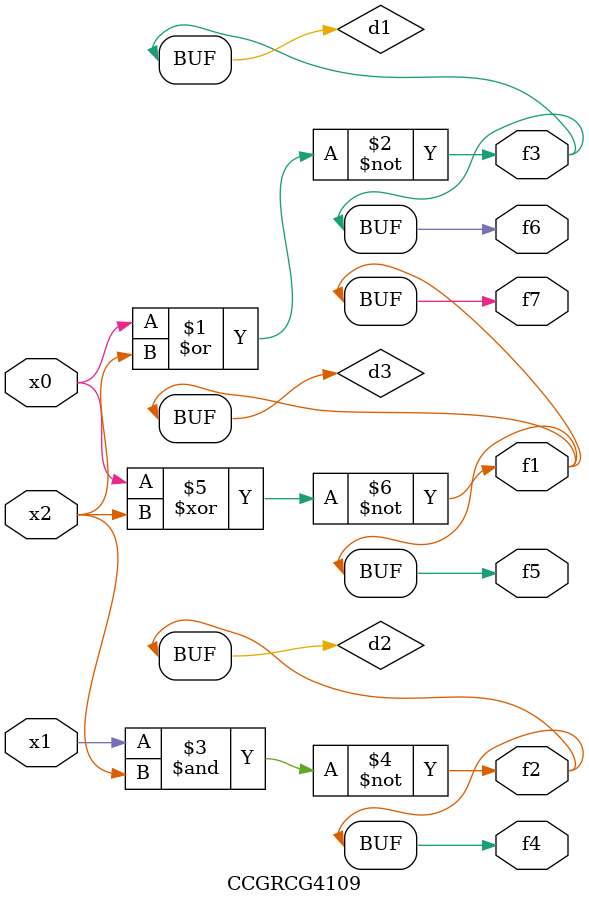
<source format=v>
module CCGRCG4109(
	input x0, x1, x2,
	output f1, f2, f3, f4, f5, f6, f7
);

	wire d1, d2, d3;

	nor (d1, x0, x2);
	nand (d2, x1, x2);
	xnor (d3, x0, x2);
	assign f1 = d3;
	assign f2 = d2;
	assign f3 = d1;
	assign f4 = d2;
	assign f5 = d3;
	assign f6 = d1;
	assign f7 = d3;
endmodule

</source>
